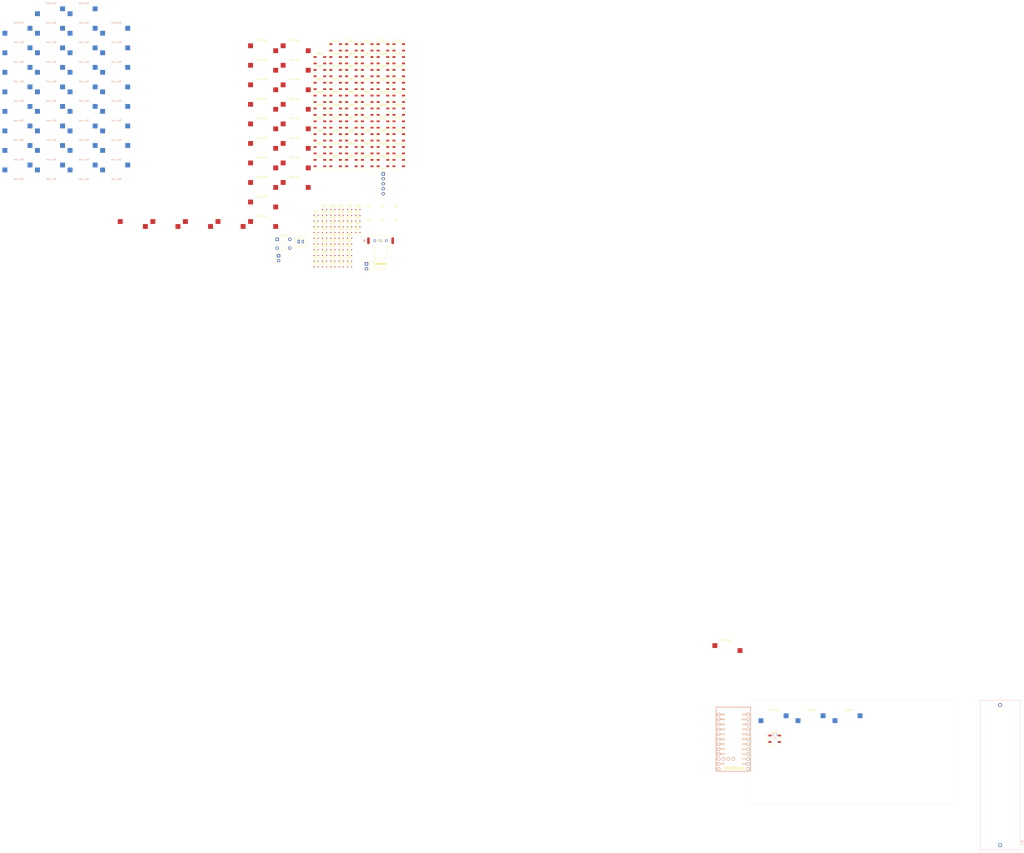
<source format=kicad_pcb>
(kicad_pcb (version 20241229) (generator "pcbnew") (generator_version "9.0")
  (layers (0 "F.Cu" signal) (2 "B.Cu" signal) (13 "F.Paste" user) (15 "B.Paste" user) (5 "F.SilkS" user "F.Silkscreen") (7 "B.SilkS" user "B.Silkscreen") (1 "F.Mask" user) (3 "B.Mask" user) (25 "Edge.Cuts" user))
  (net 0 "")
  (net 1 "Net-(D1-A)")
  (net 2 "ROW0")
  (net 3 "ROW1")
  (net 4 "ROW2")
  (net 5 "ROW3")
  (net 6 "ROW4")
  (net 7 "Net-(D10-A)")
  (net 8 "Net-(D11-A)")
  (net 9 "COL0")
  (net 10 "COL1")
  (net 11 "COL2")
  (net 12 "COL3")
  (net 13 "COL4")
  (net 14 "COL5")
  (net 15 "COL6")
  (net 16 "COL7")
  (net 17 "COL8")
  (net 18 "COL9")
  (net 19 "COL10")
  (net 20 "COL11")
  (net 21 "RST")
  (net 22 "GND")
  (net 23 "VCC")
  (net 24 "CS")
  (net 25 "SCK")
  (net 26 "MOSI")
  (net 27 "VBATT+")
  (net 28 "BATT+")
  (net 29 "Net-(D2-A)")
  (net 30 "SWD")
  (net 31 "SWC")
  (net 32 "Net-(D3-A)")
  (net 33 "Net-(D4-A)")
  (net 34 "Net-(D5-A)")
  (net 35 "Net-(D6-A)")
  (net 36 "Net-(D7-A)")
  (net 37 "Net-(D8-A)")
  (net 38 "Net-(D9-A)")
  (net 39 "Net-(D12-A)")
  (net 40 "Net-(D13-A)")
  (net 41 "Net-(D14-A)")
  (net 42 "Net-(D15-A)")
  (net 43 "Net-(D16-A)")
  (net 44 "Net-(D17-A)")
  (net 45 "Net-(D18-A)")
  (net 46 "Net-(D19-A)")
  (net 47 "Net-(D20-A)")
  (net 48 "Net-(D21-A)")
  (net 49 "Net-(D22-A)")
  (net 50 "Net-(D23-A)")
  (net 51 "Net-(D24-A)")
  (net 52 "Net-(D25-A)")
  (net 53 "Net-(D26-A)")
  (net 54 "Net-(D27-A)")
  (net 55 "Net-(D28-A)")
  (net 56 "Net-(D29-A)")
  (net 57 "Net-(D30-A)")
  (net 58 "Net-(D31-A)")
  (net 59 "Net-(D32-A)")
  (net 60 "Net-(D33-A)")
  (net 61 "Net-(D34-A)")
  (net 62 "Net-(D35-A)")
  (net 63 "Net-(D36-A)")
  (net 64 "Net-(D37-A)")
  (net 65 "Net-(D38-A)")
  (net 66 "Net-(D39-A)")
  (net 67 "Net-(D40-A)")
  (net 68 "Net-(D41-A)")
  (net 69 "Net-(D42-A)")
  (net 70 "Net-(D43-A)")
  (net 71 "Net-(D44-A)")
  (net 72 "Net-(D45-A)")
  (net 73 "Net-(D46-A)")
  (net 74 "Net-(D47-A)")
  (net 75 "Net-(D48-A)")
  (net 76 "Net-(D49-A)")
  (net 77 "Net-(D50-A)")
  (net 78 "Net-(D51-A)")
  (net 79 "Net-(D52-A)")
  (net 80 "Net-(D53-A)")
  (net 81 "Net-(D54-A)")
  (net 82 "Net-(D55-A)")
  (net 83 "Net-(D56-A)")
  (net 84 "Net-(D57-A)")
  (net 85 "Net-(D58-A)")
  (net 86 "Net-(D59-A)")
  (net 87 "Net-(D60-A)")
  (net 88 "BCKLT")
  (net 89 "Net-(D61-DOUT)")
  (net 90 "Net-(D62-DOUT)")
  (net 91 "Net-(D63-DOUT)")
  (net 92 "Net-(D64-DOUT)")
  (net 93 "Net-(D65-DOUT)")
  (net 94 "Net-(D66-DOUT)")
  (net 95 "Net-(D67-DOUT)")
  (net 96 "Net-(D68-DOUT)")
  (net 97 "Net-(D69-DOUT)")
  (net 98 "Net-(D70-DOUT)")
  (net 99 "Net-(D71-DOUT)")
  (net 100 "Net-(D72-DOUT)")
  (net 101 "Net-(D73-DIN)")
  (net 102 "Net-(D73-DOUT)")
  (net 103 "Net-(D74-DIN)")
  (net 104 "Net-(D75-DIN)")
  (net 105 "Net-(D76-DIN)")
  (net 106 "Net-(D77-DIN)")
  (net 107 "Net-(D78-DIN)")
  (net 108 "Net-(D79-DIN)")
  (net 109 "Net-(D80-DIN)")
  (net 110 "Net-(D81-DIN)")
  (net 111 "Net-(D82-DIN)")
  (net 112 "Net-(D83-DIN)")
  (net 113 "Net-(D85-DOUT)")
  (net 114 "Net-(D86-DOUT)")
  (net 115 "Net-(D87-DOUT)")
  (net 116 "Net-(D88-DOUT)")
  (net 117 "Net-(D89-DOUT)")
  (net 118 "Net-(D90-DOUT)")
  (net 119 "Net-(D91-DOUT)")
  (net 120 "Net-(D92-DOUT)")
  (net 121 "Net-(D93-DOUT)")
  (net 122 "Net-(D94-DOUT)")
  (net 123 "Net-(D95-DOUT)")
  (net 124 "Net-(D108-DIN)")
  (net 125 "Net-(D109-DIN)")
  (net 126 "Net-(D97-DIN)")
  (net 127 "Net-(D98-DIN)")
  (net 128 "Net-(D100-DOUT)")
  (net 129 "Net-(D100-DIN)")
  (net 130 "Net-(D101-DIN)")
  (net 131 "Net-(D102-DIN)")
  (net 132 "Net-(D103-DIN)")
  (net 133 "Net-(D104-DIN)")
  (net 134 "Net-(D105-DIN)")
  (net 135 "Net-(D106-DIN)")
  (net 136 "Net-(D107-DIN)")
  (net 137 "Net-(D109-DOUT)")
  (net 138 "Net-(D110-DOUT)")
  (net 139 "Net-(D111-DOUT)")
  (net 140 "Net-(D112-DOUT)")
  (net 141 "Net-(D113-DOUT)")
  (net 142 "Net-(D114-DOUT)")
  (net 143 "Net-(D115-DOUT)")
  (net 144 "Net-(D116-DOUT)")
  (net 145 "Net-(D117-DOUT)")
  (net 146 "Net-(D118-DOUT)")
  (net 147 "Net-(D119-DOUT)")
  (footprint "LED_SMD:LED_WS2812B_PLCC4_5.0x5.0mm_P3.2mm" (layer "F.Cu") (at -193.8815 -273.0031)
    (property "Reference" "D76")
    (property "Value" "WS2812B")
  )
  (footprint "Diode_SMD:D_SOD-323" (layer "F.Cu") (at -182.4165 -222.5781)
    (property "Reference" "D56")
    (property "Value" "1N4148WS")
  )
  (footprint "Connector_PinHeader_2.54mm:PinHeader_1x05_P2.54mm_Vertical" (layer "F.Cu") (at -169.3665 -240.9181)
    (property "Reference" "J1")
    (property "Value" "NICEVIEW")
  )
  (footprint "LED_SMD:LED_WS2812B_PLCC4_5.0x5.0mm_P3.2mm" (layer "F.Cu") (at -193.8815 -259.7631)
    (property "Reference" "D78")
    (property "Value" "WS2812B")
  )
  (footprint "LED_SMD:LED_WS2812B_PLCC4_5.0x5.0mm_P3.2mm" (layer "F.Cu") (at -177.6415 -273.0031)
    (property "Reference" "D96")
    (property "Value" "WS2812B")
  )
  (footprint "MountingHole:MountingHole_2.7mm_M2.5" (layer "F.Cu") (at -176.8165 -220.5781)
    (property "Reference" "H1")
    (property "Value" "MountingHole")
  )
  (footprint "LED_SMD:LED_WS2812B_PLCC4_5.0x5.0mm_P3.2mm" (layer "F.Cu") (at -161.4015 -306.1031)
    (property "Reference" "D111")
    (property "Value" "WS2812B")
  )
  (footprint "Diode_SMD:D_SOD-323" (layer "F.Cu") (at -186.7115 -198.9781)
    (property "Reference" "D53")
    (property "Value" "1N4148WS")
  )
  (footprint "Diode_SMD:D_SOD-323" (layer "F.Cu") (at -203.8915 -207.8281)
    (property "Reference" "D6")
    (property "Value" "1N4148WS")
  )
  (footprint "LED_SMD:LED_WS2812B_PLCC4_5.0x5.0mm_P3.2mm" (layer "F.Cu") (at -161.4015 -292.8631)
    (property "Reference" "D113")
    (property "Value" "WS2812B")
  )
  (footprint "Diode_SMD:D_SOD-323" (layer "F.Cu") (at -195.3015 -213.7281)
    (property "Reference" "D26")
    (property "Value" "1N4148WS")
  )
  (footprint "MX_Hotswap:MX-Hotswap-1U" (layer "F.Cu") (at -298.958 -211.333)
    (property "Reference" "SW12")
    (property "Value" "SW_Push")
  )
  (footprint "LED_SMD:LED_WS2812B_PLCC4_5.0x5.0mm_P3.2mm" (layer "F.Cu") (at -185.7615 -306.1031)
    (property "Reference" "D81")
    (property "Value" "WS2812B")
  )
  (footprint "MX_Hotswap:MX-Hotswap-1U" (layer "F.Cu") (at -215.073 -271.6774)
    (property "Reference" "SW56")
    (property "Value" "SW_Push")
  )
  (footprint "Diode_SMD:D_SOD-323" (layer "F.Cu") (at -199.5965 -213.7281)
    (property "Reference" "D15")
    (property "Value" "1N4148WS")
  )
  (footprint "LED_SMD:LED_WS2812B_PLCC4_5.0x5.0mm_P3.2mm" (layer "F.Cu") (at -193.8815 -266.3831)
    (property "Reference" "D77")
    (property "Value" "WS2812B")
  )
  (footprint "Diode_SMD:D_SOD-323" (layer "F.Cu") (at -191.0065 -196.0281)
    (property "Reference" "D43")
    (property "Value" "1N4148WS")
  )
  (footprint "MX_Hotswap:MX-Hotswap-1U" (layer "F.Cu") (at -265.404 -211.333)
    (property "Reference" "SW32")
    (property "Value" "SW_Push")
  )
  (footprint "LED_SMD:LED_WS2812B_PLCC4_5.0x5.0mm_P3.2mm" (layer "F.Cu") (at -169.5215 -259.7631)
    (property "Reference" "D108")
    (property "Value" "WS2812B")
  )
  (footprint "Diode_SMD:D_SOD-323" (layer "F.Cu") (at -203.8915 -204.8781)
    (property "Reference" "D7")
    (property "Value" "1N4148WS")
  )
  (footprint "LED_SMD:LED_WS2812B_PLCC4_5.0x5.0mm_P3.2mm" (layer "F.Cu") (at -193.8815 -292.8631)
    (property "Reference" "D73")
    (property "Value" "WS2812B")
  )
  (footprint "LED_SMD:LED_WS2812B_PLCC4_5.0x5.0mm_P3.2mm" (layer "F.Cu") (at -161.4015 -266.3831)
    (property "Reference" "D117")
    (property "Value" "WS2812B")
  )
  (footprint "Connector_PinHeader_2.54mm:PinHeader_1x02_P2.54mm_Vertical" (layer "F.Cu") (at -223.2965 -198.7981)
    (property "Reference" "J4")
    (property "Value" "millmax connector")
  )
  (footprint "LED_SMD:LED_WS2812B_PLCC4_5.0x5.0mm_P3.2mm" (layer "F.Cu") (at -169.5215 -279.6231)
    (property "Reference" "D105")
    (property "Value" "WS2812B")
  )
  (footprint "LED_SMD:LED_WS2812B_PLCC4_5.0x5.0mm_P3.2mm" (layer "F.Cu") (at -161.4015 -299.4831)
    (property "Reference" "D112")
    (property "Value" "WS2812B")
  )
  (footprint "LED_SMD:LED_WS2812B_PLCC4_5.0x5.0mm_P3.2mm" (layer "F.Cu") (at -185.7615 -299.4831)
    (property "Reference" "D82")
    (property "Value" "WS2812B")
  )
  (footprint "Diode_SMD:D_SOD-323" (layer "F.Cu") (at -186.7115 -207.8281)
    (property "Reference" "D50")
    (property "Value" "1N4148WS")
  )
  (footprint "Diode_SMD:D_SOD-323" (layer "F.Cu") (at -199.5965 -222.5781)
    (property "Reference" "D12")
    (property "Value" "1N4148WS")
  )
  (footprint "LED_SMD:LED_WS2812B_PLCC4_5.0x5.0mm_P3.2mm" (layer "F.Cu") (at -177.6415 -286.2431)
    (property "Reference" "D94")
    (property "Value" "WS2812B")
  )
  (footprint "LED_SMD:LED_WS2812B_PLCC4_5.0x5.0mm_P3.2mm" (layer "F.Cu") (at -161.4015 -253.1431)
    (property "Reference" "D119")
    (property "Value" "WS2812B")
  )
  (footprint "MX_Hotswap:MX-Hotswap-1U" (layer "F.Cu") (at -215.073 -291.7922)
    (property "Reference" "SW54")
    (property "Value" "SW_Push")
  )
  (footprint "Diode_SMD:D_SOD-323" (layer "F.Cu") (at -195.3015 -204.8781)
    (property "Reference" "D29")
    (property "Value" "1N4148WS")
  )
  (footprint "LED_SMD:LED_WS2812B_PLCC4_5.0x5.0mm_P3.2mm" (layer "F.Cu") (at -202.0015 -292.8631)
    (property "Reference" "D63")
    (property "Value" "WS2812B")
  )
  (footprint "LED_SMD:LED_WS2812B_PLCC4_5.0x5.0mm_P3.2mm" (layer "F.Cu") (at -185.7615 -259.7631)
    (property "Reference" "D88")
    (property "Value" "WS2812B")
  )
  (footprint "Diode_SMD:D_SOD-323" (layer "F.Cu") (at -203.8915 -201.9281)
    (property "Reference" "D8")
    (property "Value" "1N4148WS")
  )
  (footprint "Diode_SMD:D_SOD-323" (layer "F.Cu") (at -199.5965 -219.6281)
    (property "Reference" "D13")
    (property "Value" "1N4148WS")
  )
  (footprint "LED_SMD:LED_WS2812B_PLCC4_5.0x5.0mm_P3.2mm" (layer "F.Cu") (at -202.0015 -253.1431)
    (property "Reference" "D69")
    (property "Value" "WS2812B")
  )
  (footprint "MX_Hotswap:MX-Hotswap-1U" (layer "F.Cu") (at -231.85 -281.7348)
    (property "Reference" "SW45")
    (property "Value" "SW_Push")
  )
  (footprint "MX_Hotswap:MX-Hotswap-1U" (layer "F.Cu") (at -231.85 -291.7922)
    (property "Reference" "SW44")
    (property "Value" "SW_Push")
  )
  (footprint "MountingHole:MountingHole_2.7mm_M2.5" (layer "F.Cu") (at -162.9165 -220.5781)
    (property "Reference" "H5")
    (property "Value" "MountingHole")
  )
  (footprint "MountingHole:MountingHole_2.7mm_M2.5" (layer "F.Cu") (at -169.8665 -220.5781)
    (property "Reference" "H3")
    (property "Value" "MountingHole")
  )
  (footprint "Diode_SMD:D_SOD-323" (layer "F.Cu") (at -191.0065 -210.7781)
    (property "Reference" "D38")
    (property "Value" "1N4148WS")
  )
  (footprint "LED_SMD:LED_WS2812B_PLCC4_5.0x5.0mm_P3.2mm" (layer "F.Cu") (at 32.2 49.95)
    (property "Reference" "D61")
    (property "Value" "WS2812B")
  )
  (footprint "LED_SMD:LED_WS2812B_PLCC4_5.0x5.0mm_P3.2mm" (layer "F.Cu") (at -202.0015 -246.5231)
    (property "Reference" "D70")
    (property "Value" "WS2812B")
  )
  (footprint "Diode_SMD:D_SOD-323" (layer "F.Cu") (at -199.5965 -204.8781)
    (property "Reference" "D18")
    (property "Value" "1N4148WS")
  )
  (footprint "LED_SMD:LED_WS2812B_PLCC4_5.0x5.0mm_P3.2mm" (layer "F.Cu") (at -185.7615 -279.6231)
    (property "Reference" "D85")
    (property "Value" "WS2812B")
  )
  (footprint "LED_SMD:LED_WS2812B_PLCC4_5.0x5.0mm_P3.2mm" (layer "F.Cu") (at -185.7615 -292.8631)
    (property "Reference" "D83")
    (property "Value" "WS2812B")
  )
  (footprint "LED_SMD:LED_WS2812B_PLCC4_5.0x5.0mm_P3.2mm" (layer "F.Cu") (at -193.8815 -246.5231)
    (property "Reference" "D80")
    (property "Value" "WS2812B")
  )
  (footprint "Diode_SMD:D_SOD-323" (layer "F.Cu") (at -191.0065 -207.8281)
    (property "Reference" "D39")
    (property "Value" "1N4148WS")
  )
  (footprint "LED_SMD:LED_WS2812B_PLCC4_5.0x5.0mm_P3.2mm" (layer "F.Cu") (at -177.6415 -253.1431)
    (property "Reference" "D99")
    (property "Value" "WS2812B")
  )
  (footprint "LED_SMD:LED_WS2812B_PLCC4_5.0x5.0mm_P3.2mm" (layer "F.Cu") (at -202.0015 -286.2431)
    (property "Reference" "D64")
    (property "Value" "WS2812B")
  )
  (footprint "MX_Hotswap:MX-Hotswap-1U" (layer "F.Cu") (at -215.073 -251.5626)
    (property "Reference" "SW58")
    (property "Value" "SW_Push")
  )
  (footprint "Diode_SMD:D_SOD-323" (layer "F.Cu") (at -191.0065 -198.9781)
    (property "Reference" "D42")
    (property "Value" "1N4148WS")
  )
  (footprint "Diode_SMD:D_SOD-323" (layer "F.Cu") (at -199.5965 -196.0281)
    (property "Reference" "D21")
    (property "Value" "1N4148WS")
  )
  (footprint "Connector_JST:JST_PH_B2B-PH-K_1x02_P2.00mm_Vertical" (layer "F.Cu") (at -212.8665 -206.1181)
    (property "Reference" "J2")
    (property "Value" "Pouch Battery Connector")
  )
  (footprint "Diode_SMD:D_SOD-323" (layer "F.Cu") (at -191.0065 -204.8781)
    (property "Reference" "D40")
    (property "Value" "1N4148WS")
  )
  (footprint "Diode_SMD:D_SOD-323" (layer "F.Cu") (at -199.5965 -193.0781)
    (property "Reference" "D22")
    (property "Value" "1N4148WS")
  )
  (footprint "Diode_SMD:D_SOD-323" (layer "F.Cu") (at -199.5965 -201.9281)
    (property "Reference" "D19")
    (property "Value" "1N4148WS")
  )
  (footprint "LED_SMD:LED_WS2812B_PLCC4_5.0x5.0mm_P3.2mm" (layer "F.Cu") (at -169.5215 -286.2431)
    (property "Reference" "D104")
    (property "Value" "WS2812B")
  )
  (footprint "Diode_SMD:D_SOD-323" (layer "F.Cu") (at -203.8915 -216.6781)
    (property "Reference" "D3")
    (property "Value" "1N4148WS")
  )
  (footprint "LED_SMD:LED_WS2812B_PLCC4_5.0x5.0mm_P3.2mm" (layer "F.Cu") (at -185.7615 -253.1431)
    (property "Reference" "D89")
    (property "Value" "WS2812B")
  )
  (footprint "Diode_SMD:D_SOD-323" (layer "F.Cu") (at -186.7115 -213.7281)
    (property "Reference" "D48")
    (property "Value" "1N4148WS")
  )
  (footprint "MX_Hotswap:MX-Hotswap-1U" (layer "F.Cu") (at -215.073 -231.4478)
    (property "Reference" "SW60")
    (property "Value" "SW_Push")
  )
  (footprint "Diode_SMD:D_SOD-323" (layer "F.Cu") (at -191.0065 -201.9281)
    (property "Reference" "D41")
    (property "Value" "1N4148WS")
  )
  (footprint "LED_SMD:LED_WS2812B_PLCC4_5.0x5.0mm_P3.2mm" (layer "F.Cu") (at -202.0015 -299.4831)
    (property "Reference" "D62")
    (property "Value" "WS2812B")
  )
  (footprint "Diode_SMD:D_SOD-323" (layer "F.Cu") (at -182.4165 -216.6781)
    (property "Reference" "D58")
    (property "Value" "1N4148WS")
  )
  (footprint "Diode_SMD:D_SOD-323" (layer "F.Cu") (at -191.0065 -222.5781)
    (property "Reference" "D34")
    (property "Value" "1N4148WS")
  )
  (footprint "LED_SMD:LED_WS2812B_PLCC4_5.0x5.0mm_P3.2mm" (layer "F.Cu") (at -161.4015 -246.5231)
    (property "Reference" "D120")
    (property "Value" "WS2812B")
  )
  (footprint "Diode_SMD:D_SOD-323" (layer "F.Cu") (at -191.0065 -219.6281)
    (property "Reference" "D35")
    (property "Value" "1N4148WS")
  )
  (footprint "MX_Hotswap:MX-Hotswap-1U" (layer "F.Cu") (at -215.073 -281.7348)
    (property "Reference" "SW55")
    (property "Value" "SW_Push")
  )
  (footprint "MountingHole:MountingHole_2.7mm_M2.5" (layer "F.Cu") (at -169.8665 -213.6281)
    (property "Reference" "H4")
    (property "Value" "MountingHole")
  )
  (footprint "MX_Hotswap:MX-Hotswap-1U" (layer "F.Cu") (at -215.073 -301.8496)
    (property "Reference" "SW53")
    (property "Value" "SW_Push")
  )
  (footprint "Diode_SMD:D_SOD-323" (layer "F.Cu") (at -191.0065 -216.6781)
    (property "Reference" "D36")
    (property "Value" "1N4148WS")
  )
  (footprint "MX_Hotswap:MX-Hotswap-1U" (layer "F.Cu") (at -231.85 -251.5626)
    (property "Reference" "SW48")
    (property "Value" "SW_Push")
  )
  (footprint "MountingHole:MountingHole_2.7mm_M2.5" (layer "F.Cu") (at -162.9165 -213.6281)
    (property "Reference" "H6")
    (property "Value" "MountingHole")
  )
  (footprint "Diode_SMD:D_SOD-323" (layer "F.Cu") (at -186.7115 -201.9281)
    (property "Reference" "D52")
    (property "Value" "1N4148WS")
  )
  (footprint "LED_SMD:LED_WS2812B_PLCC4_5.0x5.0mm_P3.2mm" (layer "F.Cu") (at -177.6415 -306.1031)
    (property "Reference" "D91")
    (property "Value" "WS2812B")
  )
  (footprint "Diode_SMD:D_SOD-323" (layer "F.Cu") (at -203.8915 -198.9781)
    (property "Reference" "D9")
    (property "Value" "1N4148WS")
  )
  (footprint "LED_SMD:LED_WS2812B_PLCC4_5.0x5.0mm_P3.2mm" (layer "F.Cu") (at -185.7615 -286.2431)
    (property "Reference" "D84")
    (property "Value" "WS2812B")
  )
  (footprint "LED_SMD:LED_WS2812B_PLCC4_5.0x5.0mm_P3.2mm" (layer "F.Cu") (at -161.4015 -273.0031)
    (property "Reference" "D116")
    (property "Value" "WS2812B")
  )
  (footprint "Diode_SMD:D_SOD-323" (layer "F.Cu") (at -186.7115 -219.6281)
    (property "Reference" "D46")
    (property "Value" "1N4148WS")
  )
  (footprint "MX_Hotswap:MX-Hotswap-1U" (layer "F.Cu") (at 7.2635 7.0635)
    (property "Reference" "SW11")
    (property "Value" "SW_Push")
  )
  (footprint "LED_SMD:LED_WS2812B_PLCC4_5.0x5.0mm_P3.2mm" (layer "F.Cu") (at -202.0015 -266.3831)
    (property "Reference" "D67")
    (property "Value" "WS2812B")
  )
  (footprint "Diode_SMD:D_SOD-323" (layer "F.Cu") (at -195.3015 -201.9281)
    (property "Reference" "D30")
    (property "Value" "1N4148WS")
  )
  (footprint "MX_Hotswap:MX-Hotswap-1U" (layer "F.Cu") (at -231.85 -211.333)
    (property "Reference" "SW52")
    (property "Value" "SW_Push")
  )
  (footprint "Connector_PinHeader_2.54mm:PinHeader_1x02_P2.54mm_Horizontal" (layer "F.Cu") (at -177.9965 -194.6181)
    (property "Reference" "J3")
    (property "Value" "swd connector")
  )
  (footprint "Diode_SMD:D_SOD-323" (layer "F.Cu") (at -186.7115 -222.5781)
    (property "Reference" "D45")
    (property "Value" "1N4148WS")
  )
  (footprint "MX_Hotswap:MX-Hotswap-1U" (layer "F.Cu") (at -231.85 -221.3904)
    (property "Reference" "SW51")
    (property "Value" "SW_Push")
  )
  (footprint "Diode_SMD:D_SOD-323" (layer "F.Cu") (at -195.3015 -196.0281)
    (property "Reference" "D32")
    (property "Value" "1N4148WS")
  )
  (footprint "LED_SMD:LED_WS2812B_PLCC4_5.0x5.0mm_P3.2mm" (layer "F.Cu") (at -169.5215 -253.1431)
    (property "Reference" "D109")
    (property "Value" "WS2812B")
  )
  (footprint "footprints:EG1206A_EWI" (layer "F.Cu") (at -173.749099 -206.5289)
    (property "Reference" "SW62")
    (property "Value" "OFF/ON")
  )
  (footprint "nice-nano-kicad:nice_nano" (layer "F.Cu") (at 10.94 51.46 -90)
    (property "Reference" "U1" (hide yes))
    (property "Value" "NiceNano" (hide yes))
  )
  (footprint "Diode_SMD:D_SOD-323" (layer "F.Cu") (at -203.8915 -193.0781)
    (property "Reference" "D11")
    (property "Value" "1N4148WS")
  )
  (footprint "LED_SMD:LED_WS2812B_PLCC4_5.0x5.0mm_P3.2mm" (layer "F.Cu") (at -193.8815 -253.1431)
    (property "Reference" "D79")
    (property "Value" "WS2812B")
  )
  (footprint "Diode_SMD:D_SOD-323" (layer "F.Cu") (at -195.3015 -216.6781)
    (property "Reference" "D25")
    (property "Value" "1N4148WS")
  )
  (footprint "MX_Hotswap:MX-Hotswap-1U" (layer "F.Cu") (at -231.85 -241.5052)
    (property "Reference" "SW49")
    (property "Value" "SW_Push")
  )
  (footprint "LED_SMD:LED_WS2812B_PLCC4_5.0x5.0mm_P3.2mm" (layer "F.Cu") (at -202.0015 -273.0031)
    (property "Reference" "D66")
    (property "Value" "WS2812B")
  )
  (footprint "MX_Hotswap:MX-Hotswap-1U" (layer "F.Cu") (at -231.85 -301.8496)
    (property "Reference" "SW43")
    (property "Value" "SW_Push")
  )
  (footprint "MX_Hotswap:MX-Hotswap-1U" (layer "F.Cu") (at -231.85 -231.4478)
    (property "Reference" "SW50")
    (property "Value" "SW_Push")
  )
  (footprint "Diode_SMD:D_SOD-323" (layer "F.Cu") (at -182.4165 -210.7781)
    (property "Reference" "D60")
    (property "Value" "1N4148WS")
  )
  (footprint "LED_SMD:LED_WS2812B_PLCC4_5.0x5.0mm_P3.2mm" (layer "F.Cu") (at -193.8815 -299.4831)
    (property "Reference" "D72")
    (property "Value" "WS2812B")
  )
  (footprint "Diode_SMD:D_SOD-323" (layer "F.Cu") (at -186.7115 -210.7781)
    (property "Reference" "D49")
    (property "Value" "1N4148WS")
  )
  (footprint "Diode_SMD:D_SOD-323" (layer "F.Cu") (at -191.0065 -213.7281)
    (property "Reference" "D37")
    (property "Value" "1N4148WS")
  )
  (footprint "Diode_SMD:D_SOD-323" (layer "F.Cu") (at -203.8915 -219.6281)
    (property "Reference" "D2")
    (property "Value" "1N4148WS")
  )
  (footprint "LED_SMD:LED_WS2812B_PLCC4_5.0x5.0mm_P3.2mm" (layer "F.Cu") (at -161.4015 -279.6231)
    (property "Reference" "D115")
    (property "Value" "WS2812B")
  )
  (footprint "LED_SMD:LED_WS2812B_PLCC4_5.0x5.0mm_P3.2mm" (layer "F.Cu") (at -177.6415 -266.3831)
    (property "Reference" "D97")
    (property "Value" "WS2812B")
  )
  (footprint "LED_SMD:LED_WS2812B_PLCC4_5.0x5.0mm_P3.2mm" (layer "F.Cu") (at -169.5215 -306.1031)
    (property "Reference" "D101")
    (property "Value" "WS2812B")
  )
  (footprint "LED_SMD:LED_WS2812B_PLCC4_5.0x5.0mm_P3.2mm" (layer "F.Cu") (at -177.6415 -246.5231)
    (property "Reference" "D100")
    (property "Value" "WS2812B")
  )
  (footprint "Diode_SMD:D_SOD-323" (layer "F.Cu") (at -199.5965 -207.8281)
    (property "Reference" "D17")
    (property "Value" "1N4148WS")
  )
  (footprint "LED_SMD:LED_WS2812B_PLCC4_5.0x5.0mm_P3.2mm" (layer "F.Cu") (at -202.0015 -279.6231)
    (property "Reference" "D65")
    (property "Value" "WS2812B")
  )
  (footprint "Diode_SMD:D_SOD-323" (layer "F.Cu") (at -195.3015 -193.0781)
    (property "Reference" "D33")
    (property "Value" "1N4148WS")
  )
  (footprint "Diode_SMD:D_SOD-323" (layer "F.Cu") (at -186.7115 -193.0781)
    (property "Reference" "D55")
    (property "Value" "1N4148WS")
  )
  (footprint "LED_SMD:LED_WS2812B_PLCC4_5.0x5.0mm_P3.2mm" (layer "F.Cu") (at -177.6415 -259.7631)
    (property "Reference" "D98")
    (property "Value" "WS2812B")
  )
  (footprint "LED_SMD:LED_WS2812B_PLCC4_5.0x5.0mm_P3.2mm" (layer "F.Cu") (at -161.4015 -286.2431)
    (property "Reference" "D114")
    (property "Value" "WS2812B")
  )
  (footprint "LED_SMD:LED_WS2812B_PLCC4_5.0x5.0mm_P3.2mm" (layer "F.Cu") (at -169.5215 -246.5231)
    (property "Reference" "D110")
    (property "Value" "WS2812B")
  )
  (footprint "LED_SMD:LED_WS2812B_PLCC4_5.0x5.0mm_P3.2mm" (layer "F.Cu") (at -169.5215 -299.4831)
    (property "Reference" "D102")
    (property "Value" "WS2812B")
  )
  (footprint "Diode_SMD:D_SOD-323" (layer "F.Cu") (at -182.4165 -219.6281)
    (property "Reference" "D57")
    (property "Value" "1N4148WS")
  )
  (footprint "Button_Switch_THT:SW_TH_Tactile_Omron_B3F-10xx" (layer "F.Cu") (at -223.9665 -207.2181)
    (property "Reference" "SW61")
    (property "Value" "RST")
  )
  (footprint "Diode_SMD:D_SOD-323" (layer "F.Cu") (at -195.3015 -210.7781)
    (property "Reference" "D27")
    (property "Value" "1N4148WS")
  )
  (footprint "MX_Hotswap:MX-Hotswap-1U" (layer "F.Cu") (at -215.073 -241.5052)
    (property "Reference" "SW59")
    (property "Value" "SW_Push")
  )
  (footprint "MountingHole:MountingHole_2.7mm_M2.5" (layer "F.Cu") (at -176.8165 -213.6281)
    (property "Reference" "H2")
    (property "Value" "MountingHole")
  )
  (footprint "LED_SMD:LED_WS2812B_PLCC4_5.0x5.0mm_P3.2mm" (layer "F.Cu") (at -169.5215 -273.0031)
    (property "Reference" "D106")
    (property "Value" "WS2812B")
  )
  (footprint "Diode_SMD:D_SOD-323" (layer "F.Cu") (at -199.5965 -216.6781)
    (property "Reference" "D14")
    (property "Value" "1N4148WS")
  )
  (footprint "Diode_SMD:D_SOD-323" (layer "F.Cu") (at -195.3015 -222.5781)
    (property "Reference" "D23")
    (property "Value" "1N4148WS")
  )
  (footprint "LED_SMD:LED_WS2812B_PLCC4_5.0x5.0mm_P3.2mm" (layer "F.Cu") (at -193.8815 -279.6231)
    (property "Reference" "D75")
    (property "Value" "WS2812B")
  )
  (footprint "Diode_SMD:D_SOD-323" (layer "F.Cu") (at -186.7115 -196.0281)
    (property "Reference" "D54")
    (property "Value" "1N4148WS")
  )
  (footprint "Diode_SMD:D_SOD-323" (layer "F.Cu") (at -203.8915 -196.0281)
    (property "Reference" "D10")
    (property "Value" "1N4148WS")
  )
  (footprint "Diode_SMD:D_SOD-323" (layer "F.Cu") (at -186.7115 -204.8781)
    (property "Reference" "D51")
    (property "Value" "1N4148WS")
  )
  (footprint "Diode_SMD:D_SOD-323" (layer "F.Cu") (at -186.7115 -216.6781)
    (property "Reference" "D47")
    (property "Value" "1N4148WS")
  )
  (footprint "Diode_SMD:D_SOD-323" (layer "F.Cu") (at -199.5965 -198.9781)
    (property "Reference" "D20")
    (property "Value" "1N4148WS")
  )
  (footprint "Diode_SMD:D_SOD-323" (layer "F.Cu") (at -203.8915 -210.7781)
    (property "Reference" "D5")
    (property "Value" "1N4148WS")
  )
  (footprint "MX_Hotswap:MX-Hotswap-1U" (layer "F.Cu") (at -231.85 -261.62)
    (property "Reference" "SW47")
    (property "Value" "SW_Push")
  )
  (footprint "LED_SMD:LED_WS2812B_PLCC4_5.0x5.0mm_P3.2mm" (layer "F.Cu") (at -169.5215 -266.3831)
    (property "Reference" "D107")
    (property "Value" "WS2812B")
  )
  (footprint "LED_SMD:LED_WS2812B_PLCC4_5.0x5.0mm_P3.2mm" (layer "F.Cu") (at -193.8815 -286.2431)
    (property "Reference" "D74")
    (property "Value" "WS2812B")
  )
  (footprint "LED_SMD:LED_WS2812B_PLCC4_5.0x5.0mm_P3.2mm" (layer "F.Cu") (at -177.6415 -299.4831)
    (property "Reference" "D92")
    (property "Value" "WS2812B")
  )
  (footprint "LED_SMD:LED_WS2812B_PLCC4_5.0x5.0mm_P3.2mm" (layer "F.Cu") (at -202.0015 -259.7631)
    (property "Reference" "D68")
    (property "Value" "WS2812B")
  )
  (footprint "MX_Hotswap:MX-Hotswap-1U" (layer "F.Cu") (at -248.627 -211.333)
    (property "Reference" "SW42")
    (property "Value" "SW_Push")
  )
  (footprint "Diode_SMD:D_SOD-323" (layer "F.Cu") (at -195.3015 -219.6281)
    (property "Reference" "D24")
    (property "Value" "1N4148WS")
  )
  (footprint "LED_SMD:LED_WS2812B_PLCC4_5.0x5.0mm_P3.2mm" (layer "F.Cu") (at -185.7615 -266.3831)
    (property "Reference" "D87")
    (property "Value" "WS2812B")
  )
  (footprint "MX_Hotswap:MX-Hotswap-1U" (layer "F.Cu") (at -215.073 -261.62)
    (property "Reference" "SW57")
    (property "Value" "SW_Push")
  )
  (footprint "LED_SMD:LED_WS2812B_PLCC4_5.0x5.0mm_P3.2mm" (layer "F.Cu") (at -193.8815 -306.1031)
    (property "Reference" "D71")
    (property "Value" "WS2812B")
  )
  (footprint "Diode_SMD:D_SOD-323" (layer "F.Cu") (at -182.4165 -213.7281)
    (property "Reference" "D59")
    (property "Value" "1N4148WS")
  )
  (footprint "Diode_SMD:D_SOD-323" (layer "F.Cu") (at -203.8915 -213.7281)
    (property "Reference" "D4")
    (property "Value" "1N4148WS")
  )
  (footprint "MX_Hotswap:MX-Hotswap-1U" (layer "F.Cu") (at -231.85 -271.6774)
    (property "Reference" "SW46")
    (property "Value" "SW_Push")
  )
  (footprint "LED_SMD:LED_WS2812B_PLCC4_5.0x5.0mm_P3.2mm" (layer "F.Cu") (at -169.5215 -292.8631)
    (property "Reference" "D103")
    (property "Value" "WS2812B")
  )
  (footprint "LED_SMD:LED_WS2812B_PLCC4_5.0x5.0mm_P3.2mm" (layer "F.Cu") (at -161.4015 -259.7631)
    (property "Reference" "D118")
    (property "Value" "WS2812B")
  )
  (footprint "LED_SMD:LED_WS2812B_PLCC4_5.0x5.0mm_P3.2mm" (layer "F.Cu") (at -177.6415 -292.8631)
    (property "Reference" "D93")
    (property "Value" "WS2812B")
  )
  (footprint "Diode_SMD:D_SOD-323" (layer "F.Cu") (at -195.3015 -207.8281)
    (property "Reference" "D28")
    (property "Value" "1N4148WS")
  )
  (footprint "Diode_SMD:D_SOD-323" (layer "F.Cu") (at -191.0065 -193.0781)
    (property "Reference" "D44")
    (property "Value" "1N4148WS")
  )
  (footprint "LED_SMD:LED_WS2812B_PLCC4_5.0x5.0mm_P3.2mm" (layer "F.Cu") (at -185.7615 -273.0031)
    (property "Reference" "D86")
    (property "Value" "WS2812B")
  )
  (footprint "MX_Hotswap:MX-Hotswap-1U" (layer "F.Cu") (at -282.181 -211.333)
    (property "Reference" "SW22")
    (property "Value" "SW_Push")
  )
  (footprint "Diode_SMD:D_SOD-323" (layer "F.Cu") (at -195.3015 -198.9781)
    (property "Reference" "D31")
    (property "Value" "1N4148WS")
  )
  (footprint "Diode_SMD:D_SOD-323" (layer "F.Cu") (at -199.5965 -210.7781)
    (property "Reference" "D16")
    (property "Value" "1N4148WS")
  )
  (footprint "LED_SMD:LED_WS2812B_PLCC4_5.0x5.0mm_P3.2mm" (layer "F.Cu") (at -185.7615 -246.5231)
    (property "Reference" "D90")
    (property "Value" "WS2812B")
  )
  (footprint "LED_SMD:LED_WS2812B_PLCC4_5.0x5.0mm_P3.2mm" (layer "F.Cu") (at -177.6415 -279.6231)
    (property "Reference" "D95")
    (property "Value" "WS2812B")
  )
  (footprint "MX_Hotswap:MX-Hotswap-1U" (layer "B.Cu") (at -323.583 -270.6126 180)
    (property "Reference" "SW18")
    (property "Value" "SW_Push")
  )
  (footprint "MX_Hotswap:MX-Hotswap-1U" (layer "B.Cu") (at -340.36 -320.8996 180)
    (property "Reference" "SW23")
    (property "Value" "SW_Push")
  )
  (footprint "MX_Hotswap:MX-Hotswap-1U" (layer "B.Cu") (at -306.806 -290.7274 180)
    (property "Reference" "SW5")
    (property "Value" "SW_Push")
  )
  (footprint "MX_Hotswap:MX-Hotswap-1U" (layer "B.Cu") (at -357.137 -240.4404 180)
    (property "Reference" "SW41")
    (property "Value" "SW_Push")
  )
  (footprint "MX_Hotswap:MX-Hotswap-1U" (layer "B.Cu") (at -340.36 -290.7274 180)
    (property "Reference" "SW26")
    (property "Value" "SW_Push")
  )
  (footprint "MX_Hotswap:MX-Hotswap-1U" (layer "B.Cu") (at -323.583 -310.8422 180)
    (property "Reference" "SW14")
    (property "Value" "SW_Push")
  )
  (footprint "MX_Hotswap:MX-Hotswap-1U" (layer "B.Cu") (at -306.806 -300.7848 180)
    (property "Reference" "SW4")
    (property "Value" "SW_Push")
  )
  (footprint "MX_Hotswap:MX-Hotswap-1U" (layer "B.Cu") (at -357.137 -260.5552 180)
    (property "Reference" "SW39")
    (property "Value" "SW_Push")
  )
  (footprint "MX_Hotswap:MX-Hotswap-1U" (layer "B.Cu") (at -340.36 -300.7848 180)
    (property "Reference" "SW25")
    (property "Value" "SW_Push")
  )
  (footprint "MX_Hotswap:MX-Hotswap-1U" (layer "B.Cu") (at 51.308 43.18 180)
    (property "Reference" "SW2")
    (property "Value" "SW_Push")
  )
  (footprint "MX_Hotswap:MX-Hotswap-1U" (layer "B.Cu") (at -306.806 -250.4978 180)
    (property "Reference" "SW9")
    (property "Value" "SW_Push")
  )
  (footprint "MX_Hotswap:MX-Hotswap-1U" (layer "B.Cu") (at -340.36 -310.8422 180)
    (property "Reference" "SW24")
    (property "Value" "SW_Push")
  )
  (footprint "MX_Hotswap:MX-Hotswap-1U" (layer "B.Cu") (at -340.36 -260.5552 180)
    (property "Reference" "SW29")
    (property "Value" "SW_Push")
  )
  (footprint "MX_Hotswap:MX-Hotswap-1U" (layer "B.Cu") (at -323.583 -290.7274 180)
    (property "Reference" "SW16")
    (property "Value" "SW_Push")
  )
  (footprint "MX_Hotswap:MX-Hotswap-1U" (layer "B.Cu") (at -323.583 -300.7848 180)
    (property "Reference" "SW15")
    (property "Value" "SW_Push")
  )
  (footprint "MX_Hotswap:MX-Hotswap-1U" (layer "B.Cu") (at -306.806 -240.4404 180)
    (property "Reference" "SW10")
    (property "Value" "SW_Push")
  )
  (footprint "MX_Hotswap:MX-Hotswap-1U" (layer "B.Cu") (at -323.583 -280.67 180)
    (property "Reference" "SW17")
    (property "Value" "SW_Push")
  )
  (footprint "MX_Hotswap:MX-Hotswap-1U" (layer "B.Cu") (at -357.137 -290.7274 180)
    (property "Reference" "SW36")
    (property "Value" "SW_Push")
  )
  (footprint "MX_Hotswap:MX-Hotswap-1U" (layer "B.Cu") (at -357.137 -300.7848 180)
    (property "Reference" "SW35")
    (property "Value" "SW_Push")
  )
  (footprint "MX_Hotswap:MX-Hotswap-1U" (layer "B.Cu") (at -340.36 -240.4404 180)
    (property "Reference" "SW31")
    (property "Value" "SW_Push")
  )
  (footprint "MX_Hotswap:MX-Hotswap-1U" (layer "B.Cu") (at -323.583 -250.4978 180)
    (property "Reference" "SW20")
    (property "Value" "SW_Push")
  )
  (footprint "MX_Hotswap:MX-Hotswap-1U" (layer "B.Cu") (at -357.137 -270.6126 180)
    (property "Reference" "SW38")
    (property "Value" "SW_Push")
  )
  (footprint "MX_Hotswap:MX-Hotswap-1U" (layer "B.Cu") (at -306.806 -310.8422 180)
    (property "Reference" "SW3")
    (property "Value" "SW_Push")
  )
  (footprint "MX_Hotswap:MX-Hotswap-1U" (layer "B.Cu") (at -323.583 -240.4404 180)
    (property "Reference" "SW21")
    (property "Value" "SW_Push")
  )
  (footprint "1043P:BAT_1043P" (layer "B.Cu") (at 148.35 68.66 90)
    (property "Reference" "BT1")
    (property "Value" "1042")
  )
  (footprint "MX_Hotswap:MX-Hotswap-1U" (layer "B.Cu") (at -357.137 -280.67 180)
    (property "Reference" "SW37")
    (property "Value" "SW_Push")
  )
  (footprint "MX_Hotswap:MX-Hotswap-1U" (layer "B.Cu") (at -323.583 -260.5552 180)
    (property "Reference" "SW19")
    (property "Value" "SW_Push")
  )
  (footprint "MX_Hotswap:MX-Hotswap-1U" (layer "B.Cu") (at -357.137 -250.4978 180)
    (property "Reference" "SW40")
    (property "Value" "SW_Push")
  )
  (footprint "MX_Hotswap:MX-Hotswap-1U" (layer "B.Cu") (at -306.806 -270.6126 180)
    (property "Reference" "SW7")
    (property "Value" "SW_Push")
  )
  (footprint "MX_Hotswap:MX-Hotswap-1U" (layer "B.Cu") (at -340.36 -250.4978 180)
    (property "Reference" "SW30")
    (property "Value" "SW_Push")
  )
  (footprint "MX_Hotswap:MX-Hotswap-1U" (layer "B.Cu") (at -357.137 -310.8422 180)
    (property "Reference" "SW34")
    (property "Value" "SW_Push")
  )
  (footprint "Diode_SMD:D_SOD-323" (layer "B.Cu") (at 32.3 47.95)
    (property "Reference" "D1")
    (property "Value" "1N4148WS")
  )
  (footprint "MX_Hotswap:MX-Hotswap-1U" (layer "B.Cu") (at -340.36 -280.67 180)
    (property "Reference" "SW27")
    (property "Value" "SW_Push")
  )
  (footprint "MX_Hotswap:MX-Hotswap-1U" (layer "B.Cu") (at -306.806 -260.5552 180)
    (property "Reference" "SW8")
    (property "Value" "SW_Push")
  )
  (footprint "MX_Hotswap:MX-Hotswap-1U" (layer "B.Cu") (at -340.36 -270.6126 180)
    (property "Reference" "SW28")
    (property "Value" "SW_Push")
  )
  (footprint "MX_Hotswap:MX-Hotswap-1U" (layer "B.Cu") (at 70.358 43.18 180)
    (property "Reference" "SW33")
    (property "Value" "SW_Push")
  )
  (footprint "MX_Hotswap:MX-Hotswap-1U" (layer "B.Cu") (at -323.583 -320.8996 180)
    (property "Reference" "SW13")
    (property "Value" "SW_Push")
  )
  (footprint "MX_Hotswap:MX-Hotswap-1U" (layer "B.Cu") (at 32.258 43.18 180)
    (property "Reference" "SW1")
    (property "Value" "SW_Push")
  )
  (footprint "MX_Hotswap:MX-Hotswap-1U" (layer "B.Cu") (at -306.806 -280.67 180)
    (property "Reference" "SW6")
    (property "Value" "SW_Push")
  )
  (gr_rect (start 20 29.9) (end 127 83.05) (stroke (width 0.05)) (fill no) (layer "Edge.Cuts"))
)
</source>
